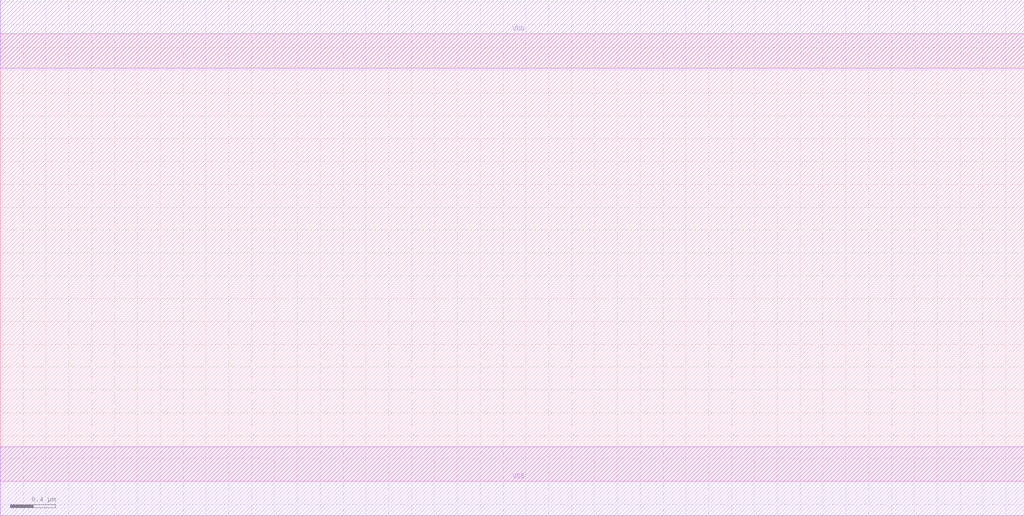
<source format=lef>
# Copyright 2022 GlobalFoundries PDK Authors
#
# Licensed under the Apache License, Version 2.0 (the "License");
# you may not use this file except in compliance with the License.
# You may obtain a copy of the License at
#
#      http://www.apache.org/licenses/LICENSE-2.0
#
# Unless required by applicable law or agreed to in writing, software
# distributed under the License is distributed on an "AS IS" BASIS,
# WITHOUT WARRANTIES OR CONDITIONS OF ANY KIND, either express or implied.
# See the License for the specific language governing permissions and
# limitations under the License.

MACRO gf180mcu_fd_sc_mcu7t5v0__fill_16
  CLASS core SPACER ;
  FOREIGN gf180mcu_fd_sc_mcu7t5v0__fill_16 0.0 0.0 ;
  ORIGIN 0 0 ;
  SYMMETRY X Y ;
  SITE GF018hv5v_mcu_sc7 ;
  SIZE 8.96 BY 3.92 ;
  PIN VDD
    DIRECTION INOUT ;
    USE power ;
    SHAPE ABUTMENT ;
    PORT
      LAYER Metal1 ;
        POLYGON 0 3.62 8.96 3.62 8.96 4.22 0 4.22  ;
    END
  END VDD
  PIN VSS
    DIRECTION INOUT ;
    USE ground ;
    SHAPE ABUTMENT ;
    PORT
      LAYER Metal1 ;
        POLYGON 0 -0.3 8.96 -0.3 8.96 0.3 0 0.3  ;
    END
  END VSS
END gf180mcu_fd_sc_mcu7t5v0__fill_16

</source>
